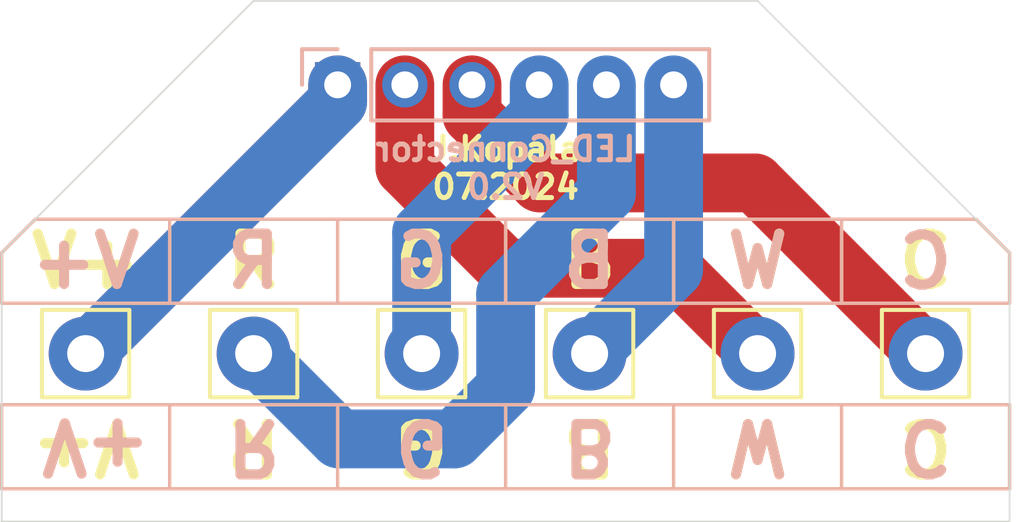
<source format=kicad_pcb>
(kicad_pcb (version 20240108) (generator "pcbnew") (generator_version "8.0")
  (layers (0 "F.Cu" signal) (31 "B.Cu" signal) (34 "B.Paste" user) (35 "F.Paste" user) (36 "B.SilkS" user "B.Silkscreen") (37 "F.SilkS" user "F.Silkscreen") (38 "B.Mask" user) (39 "F.Mask" user) (44 "Edge.Cuts" user))
  (net 0 "")
  (net 1 "Net-(J1-Pin_6)")
  (net 2 "Net-(J1-Pin_2)")
  (net 3 "Net-(J1-Pin_1)")
  (net 4 "Net-(J1-Pin_5)")
  (net 5 "Net-(J1-Pin_4)")
  (net 6 "Net-(J1-Pin_3)")
  (footprint "Connector_Pin:Pin_D1.1mm_L8.5mm_W2.5mm_FlatFork" (layer "F.Cu") (at 156 109 90)
    (property "Reference" "J3" (hide yes))
    (property "Value" "Conn_01x01_Pin" (hide yes))
    (fp_line (start 1.3 -1.3) (end 1.3 1.3) (stroke (width 0.12)) (layer "F.SilkS"))
    (fp_line (start -1.3 -1.3) (end 1.3 -1.3) (stroke (width 0.12)) (layer "F.SilkS"))
    (fp_line (start -1.3 1.3) (end -1.3 -1.3) (stroke (width 0.12)) (layer "F.SilkS"))
    (fp_line (start -1.3 1.3) (end 1.3 1.3) (stroke (width 0.12)) (layer "F.SilkS"))
    (pad "1" thru_hole circle (at 0 0 90) (size 2.2 2.2) (drill 1.1) (layers "*.Cu" "*.Mask") (net 2 "Net-(J1-Pin_2)"))
  )
  (footprint "Connector_Pin:Pin_D1.1mm_L8.5mm_W2.5mm_FlatFork" (layer "F.Cu") (at 136 109 90)
    (property "Reference" "J2" (hide yes))
    (property "Value" "Conn_01x01_Pin" (hide yes))
    (fp_line (start 1.3 -1.3) (end 1.3 1.3) (stroke (width 0.12)) (layer "F.SilkS"))
    (fp_line (start -1.3 -1.3) (end 1.3 -1.3) (stroke (width 0.12)) (layer "F.SilkS"))
    (fp_line (start -1.3 1.3) (end -1.3 -1.3) (stroke (width 0.12)) (layer "F.SilkS"))
    (fp_line (start -1.3 1.3) (end 1.3 1.3) (stroke (width 0.12)) (layer "F.SilkS"))
    (pad "1" thru_hole circle (at 0 0 90) (size 2.2 2.2) (drill 1.1) (layers "*.Cu" "*.Mask") (net 3 "Net-(J1-Pin_1)"))
  )
  (footprint "Connector_Pin:Pin_D1.1mm_L8.5mm_W2.5mm_FlatFork" (layer "F.Cu") (at 151 109 90)
    (property "Reference" "J7" (hide yes))
    (property "Value" "Conn_01x01_Pin" (hide yes))
    (fp_line (start 1.3 -1.3) (end 1.3 1.3) (stroke (width 0.12)) (layer "F.SilkS"))
    (fp_line (start -1.3 -1.3) (end 1.3 -1.3) (stroke (width 0.12)) (layer "F.SilkS"))
    (fp_line (start -1.3 1.3) (end -1.3 -1.3) (stroke (width 0.12)) (layer "F.SilkS"))
    (fp_line (start -1.3 1.3) (end 1.3 1.3) (stroke (width 0.12)) (layer "F.SilkS"))
    (pad "1" thru_hole circle (at 0 0 90) (size 2.2 2.2) (drill 1.1) (layers "*.Cu" "*.Mask") (net 1 "Net-(J1-Pin_6)"))
  )
  (footprint "Connector_Pin:Pin_D1.1mm_L8.5mm_W2.5mm_FlatFork" (layer "F.Cu") (at 146 109 90)
    (property "Reference" "J5" (hide yes))
    (property "Value" "Conn_01x01_Pin" (hide yes))
    (fp_line (start 1.3 -1.3) (end 1.3 1.3) (stroke (width 0.12)) (layer "F.SilkS"))
    (fp_line (start -1.3 -1.3) (end 1.3 -1.3) (stroke (width 0.12)) (layer "F.SilkS"))
    (fp_line (start -1.3 1.3) (end -1.3 -1.3) (stroke (width 0.12)) (layer "F.SilkS"))
    (fp_line (start -1.3 1.3) (end 1.3 1.3) (stroke (width 0.12)) (layer "F.SilkS"))
    (pad "1" thru_hole circle (at 0 0 90) (size 2.2 2.2) (drill 1.1) (layers "*.Cu" "*.Mask") (net 5 "Net-(J1-Pin_4)"))
  )
  (footprint "Connector_Pin:Pin_D1.1mm_L8.5mm_W2.5mm_FlatFork" (layer "F.Cu") (at 161 109 90)
    (property "Reference" "J4" (hide yes))
    (property "Value" "Conn_01x01_Pin" (hide yes))
    (fp_line (start 1.3 -1.3) (end 1.3 1.3) (stroke (width 0.12)) (layer "F.SilkS"))
    (fp_line (start -1.3 -1.3) (end 1.3 -1.3) (stroke (width 0.12)) (layer "F.SilkS"))
    (fp_line (start -1.3 1.3) (end -1.3 -1.3) (stroke (width 0.12)) (layer "F.SilkS"))
    (fp_line (start -1.3 1.3) (end 1.3 1.3) (stroke (width 0.12)) (layer "F.SilkS"))
    (pad "1" thru_hole circle (at 0 0 90) (size 2.2 2.2) (drill 1.1) (layers "*.Cu" "*.Mask") (net 6 "Net-(J1-Pin_3)"))
  )
  (footprint "Connector_Pin:Pin_D1.1mm_L8.5mm_W2.5mm_FlatFork" (layer "F.Cu") (at 141 109 90)
    (property "Reference" "J6" (hide yes))
    (property "Value" "Conn_01x01_Pin" (hide yes))
    (fp_line (start 1.3 -1.3) (end 1.3 1.3) (stroke (width 0.12)) (layer "F.SilkS"))
    (fp_line (start -1.3 -1.3) (end 1.3 -1.3) (stroke (width 0.12)) (layer "F.SilkS"))
    (fp_line (start -1.3 1.3) (end -1.3 -1.3) (stroke (width 0.12)) (layer "F.SilkS"))
    (fp_line (start -1.3 1.3) (end 1.3 1.3) (stroke (width 0.12)) (layer "F.SilkS"))
    (pad "1" thru_hole circle (at 0 0 90) (size 2.2 2.2) (drill 1.1) (layers "*.Cu" "*.Mask") (net 4 "Net-(J1-Pin_5)"))
  )
  (footprint "Connector_PinHeader_2.00mm:PinHeader_1x06_P2.00mm_Vertical" (layer "B.Cu") (at 143.5 101 -90)
    (property "Reference" "J1" (hide yes))
    (property "Value" "Conn_01x06_Pin" (hide yes))
    (fp_line (start -1.06 1.06) (end -1.06 0) (stroke (width 0.12)) (layer "B.SilkS"))
    (fp_line (start 0 1.06) (end -1.06 1.06) (stroke (width 0.12)) (layer "B.SilkS"))
    (fp_line (start 1.06 -1) (end -1.06 -1) (stroke (width 0.12)) (layer "B.SilkS"))
    (fp_line (start -1.06 -11.06) (end -1.06 -1) (stroke (width 0.12)) (layer "B.SilkS"))
    (fp_line (start 1.06 -11.06) (end 1.06 -1) (stroke (width 0.12)) (layer "B.SilkS"))
    (fp_line (start 1.06 -11.06) (end -1.06 -11.06) (stroke (width 0.12)) (layer "B.SilkS"))
    (pad "1" thru_hole rect (at 0 0 270) (size 1.35 1.35) (drill 0.8) (layers "*.Cu" "*.Mask") (net 3 "Net-(J1-Pin_1)"))
    (pad "2" thru_hole oval (at 0 -2 270) (size 1.35 1.35) (drill 0.8) (layers "*.Cu" "*.Mask") (net 2 "Net-(J1-Pin_2)"))
    (pad "3" thru_hole oval (at 0 -4 270) (size 1.35 1.35) (drill 0.8) (layers "*.Cu" "*.Mask") (net 6 "Net-(J1-Pin_3)"))
    (pad "4" thru_hole oval (at 0 -6 270) (size 1.35 1.35) (drill 0.8) (layers "*.Cu" "*.Mask") (net 5 "Net-(J1-Pin_4)"))
    (pad "5" thru_hole oval (at 0 -8 270) (size 1.35 1.35) (drill 0.8) (layers "*.Cu" "*.Mask") (net 4 "Net-(J1-Pin_5)"))
    (pad "6" thru_hole oval (at 0 -10 270) (size 1.35 1.35) (drill 0.8) (layers "*.Cu" "*.Mask") (net 1 "Net-(J1-Pin_6)"))
  )
  (gr_line (start 138.5 113.024) (end 138.5 110.524) (stroke (width 0.1)) (layer "B.SilkS"))
  (gr_line (start 134.5 105) (end 162.5 105) (stroke (width 0.1)) (layer "B.SilkS"))
  (gr_line (start 133.5 110.524) (end 133.5 113.024) (stroke (width 0.1)) (layer "B.SilkS"))
  (gr_line (start 148.5 105) (end 148.5 107.5) (stroke (width 0.1)) (layer "B.SilkS"))
  (gr_line (start 143.5 105) (end 143.5 107.5) (stroke (width 0.1)) (layer "B.SilkS"))
  (gr_line (start 143.5 113.024) (end 143.5 110.524) (stroke (width 0.1)) (layer "B.SilkS"))
  (gr_line (start 138.5 105) (end 138.5 107.5) (stroke (width 0.1)) (layer "B.SilkS"))
  (gr_line (start 163.5 107.5) (end 163.5 106) (stroke (width 0.1)) (layer "B.SilkS"))
  (gr_line (start 148.5 113.024) (end 148.5 110.524) (stroke (width 0.1)) (layer "B.SilkS"))
  (gr_line (start 163.5 113.024) (end 133.5 113.024) (stroke (width 0.1)) (layer "B.SilkS"))
  (gr_line (start 133.5 107.5) (end 133.5 106) (stroke (width 0.1)) (layer "B.SilkS"))
  (gr_line (start 133.5 106) (end 134.5 105) (stroke (width 0.1)) (layer "B.SilkS"))
  (gr_line (start 158.5 105) (end 158.5 107.5) (stroke (width 0.1)) (layer "B.SilkS"))
  (gr_line (start 153.5 105) (end 153.5 107.5) (stroke (width 0.1)) (layer "B.SilkS"))
  (gr_line (start 162.5 105) (end 163.5 106) (stroke (width 0.1)) (layer "B.SilkS"))
  (gr_line (start 133.5 107.5) (end 163.5 107.5) (stroke (width 0.1)) (layer "B.SilkS"))
  (gr_line (start 158.5 113.024) (end 158.5 110.524) (stroke (width 0.1)) (layer "B.SilkS"))
  (gr_line (start 153.5 113.024) (end 153.5 110.524) (stroke (width 0.1)) (layer "B.SilkS"))
  (gr_line (start 163.5 110.524) (end 133.5 110.524) (stroke (width 0.1)) (layer "B.SilkS"))
  (gr_line (start 163.5 110.524) (end 163.5 113.024) (stroke (width 0.1)) (layer "B.SilkS"))
  (gr_line (start 163.5 110.524) (end 133.5 110.524) (stroke (width 0.1)) (layer "F.SilkS"))
  (gr_line (start 133.5 107.5) (end 163.5 107.5) (stroke (width 0.1)) (layer "F.SilkS"))
  (gr_line (start 163.5 106.5) (end 163.5 106.5) (stroke (width 0.05)) (layer "F.SilkS"))
  (gr_line (start 138.5 113.024) (end 138.5 110.524) (stroke (width 0.1)) (layer "F.SilkS"))
  (gr_line (start 158.5 105) (end 158.5 107.5) (stroke (width 0.1)) (layer "F.SilkS"))
  (gr_line (start 133.5 111.524) (end 133.5 111.524) (stroke (width 0.05)) (layer "F.SilkS"))
  (gr_line (start 133.5 106) (end 134.5 105) (stroke (width 0.1)) (layer "F.SilkS"))
  (gr_line (start 148.5 105) (end 148.5 107.5) (stroke (width 0.1)) (layer "F.SilkS"))
  (gr_line (start 162.5 105) (end 163.5 106) (stroke (width 0.1)) (layer "F.SilkS"))
  (gr_line (start 143.5 105) (end 143.5 107.5) (stroke (width 0.1)) (layer "F.SilkS"))
  (gr_line (start 133.5 107.5) (end 133.5 106) (stroke (width 0.1)) (layer "F.SilkS"))
  (gr_line (start 138.5 105) (end 138.5 107.5) (stroke (width 0.1)) (layer "F.SilkS"))
  (gr_line (start 143.5 113.024) (end 143.5 110.524) (stroke (width 0.1)) (layer "F.SilkS"))
  (gr_line (start 158.5 113.024) (end 158.5 110.524) (stroke (width 0.1)) (layer "F.SilkS"))
  (gr_line (start 133.5 110.524) (end 133.5 113.024) (stroke (width 0.1)) (layer "F.SilkS"))
  (gr_line (start 148.5 113.024) (end 148.5 110.524) (stroke (width 0.1)) (layer "F.SilkS"))
  (gr_line (start 153.5 105) (end 153.5 107.5) (stroke (width 0.1)) (layer "F.SilkS"))
  (gr_line (start 163.5 110.524) (end 163.5 113.024) (stroke (width 0.1)) (layer "F.SilkS"))
  (gr_line (start 134.5 105) (end 162.5 105) (stroke (width 0.1)) (layer "F.SilkS"))
  (gr_line (start 153.5 113.024) (end 153.5 110.524) (stroke (width 0.1)) (layer "F.SilkS"))
  (gr_line (start 163.5 113.024) (end 133.5 113.024) (stroke (width 0.1)) (layer "F.SilkS"))
  (gr_line (start 163.5 107.5) (end 163.5 106) (stroke (width 0.1)) (layer "F.SilkS"))
  (gr_line (start 141 98.5) (end 133.5 106) (stroke (width 0.05)) (layer "Edge.Cuts"))
  (gr_line (start 133.5 114) (end 133.5 106) (stroke (width 0.05)) (layer "Edge.Cuts"))
  (gr_line (start 163.5 106) (end 156 98.5) (stroke (width 0.05)) (layer "Edge.Cuts"))
  (gr_line (start 141 98.5) (end 156 98.5) (stroke (width 0.05)) (layer "Edge.Cuts"))
  (gr_line (start 133.5 114) (end 163.5 114) (stroke (width 0.05)) (layer "Edge.Cuts"))
  (gr_line (start 163.5 114) (end 163.5 106) (stroke (width 0.05)) (layer "Edge.Cuts"))
  (gr_text "C" (at 161 106.27 0) (layer "B.SilkS") (effects (font (size 1.5 1.5) (thickness 0.3) (bold yes)) (justify mirror)))
  (gr_text "B" (at 151 111.774 180) (layer "B.SilkS") (effects (font (size 1.5 1.5) (thickness 0.3) (bold yes)) (justify mirror)))
  (gr_text "B" (at 151 106.25 0) (layer "B.SilkS") (effects (font (size 1.5 1.5) (thickness 0.3) (bold yes)) (justify mirror)))
  (gr_text "W" (at 156 111.774 180) (layer "B.SilkS") (effects (font (size 1.5 1.5) (thickness 0.3) (bold yes)) (justify mirror)))
  (gr_text "G" (at 146 106.25 0) (layer "B.SilkS") (effects (font (size 1.5 1.5) (thickness 0.3) (bold yes)) (justify mirror)))
  (gr_text "LED_Connector\nV2.0" (at 148.5 103.476 0) (layer "B.SilkS") (effects (font (size 0.7 0.7) (thickness 0.15) (bold yes)) (justify mirror)))
  (gr_text "G" (at 146 111.774 180) (layer "B.SilkS") (effects (font (size 1.5 1.5) (thickness 0.3) (bold yes)) (justify mirror)))
  (gr_text "V+" (at 136 106.25 0) (layer "B.SilkS") (effects (font (size 1.5 1.5) (thickness 0.3) (bold yes)) (justify mirror)))
  (gr_text "C" (at 161 111.774 180) (layer "B.SilkS") (effects (font (size 1.5 1.5) (thickness 0.3) (bold yes)) (justify mirror)))
  (gr_text "R" (at 141 106.25 0) (layer "B.SilkS") (effects (font (size 1.5 1.5) (thickness 0.3) (bold yes)) (justify mirror)))
  (gr_text "V+\n" (at 136.308 111.754 180) (layer "B.SilkS") (effects (font (size 1.5 1.5) (thickness 0.3) (bold yes)) (justify mirror)))
  (gr_text "R" (at 141 111.774 180) (layer "B.SilkS") (effects (font (size 1.5 1.5) (thickness 0.3) (bold yes)) (justify mirror)))
  (gr_text "W" (at 156 106.25 0) (layer "B.SilkS") (effects (font (size 1.5 1.5) (thickness 0.3) (bold yes)) (justify mirror)))
  (gr_text "R" (at 141 111.774 180) (layer "F.SilkS") (effects (font (size 1.5 1.5) (thickness 0.3) (bold yes))))
  (gr_text "V+" (at 136 106.25 0) (layer "F.SilkS") (effects (font (size 1.5 1.5) (thickness 0.3) (bold yes))))
  (gr_text "V+" (at 136 111.774 180) (layer "F.SilkS") (effects (font (size 1.5 1.5) (thickness 0.3) (bold yes))))
  (gr_text "R" (at 141 106.25 0) (layer "F.SilkS") (effects (font (size 1.5 1.5) (thickness 0.3) (bold yes))))
  (gr_text "B" (at 151 111.774 180) (layer "F.SilkS") (effects (font (size 1.5 1.5) (thickness 0.3) (bold yes))))
  (gr_text "W\n" (at 156 106.25 0) (layer "F.SilkS") (effects (font (size 1.5 1.5) (thickness 0.3) (bold yes))))
  (gr_text "G" (at 146 111.774 180) (layer "F.SilkS") (effects (font (size 1.5 1.5) (thickness 0.3) (bold yes))))
  (gr_text "B" (at 151 106.25 0) (layer "F.SilkS") (effects (font (size 1.5 1.5) (thickness 0.3) (bold yes))))
  (gr_text "G" (at 146 106.25 0) (layer "F.SilkS") (effects (font (size 1.5 1.5) (thickness 0.3) (bold yes))))
  (gr_text "C" (at 161 111.774 180) (layer "F.SilkS") (effects (font (size 1.5 1.5) (thickness 0.3) (bold yes))))
  (gr_text "C" (at 161 106.25 0) (layer "F.SilkS") (effects (font (size 1.5 1.5) (thickness 0.3) (bold yes))))
  (gr_text "W" (at 156 111.774 180) (layer "F.SilkS") (effects (font (size 1.5 1.5) (thickness 0.3) (bold yes))))
  (gr_text "J.Kopala\n07.2024" (at 148.5 103.476 0) (layer "F.SilkS") (effects (font (size 0.7 0.7) (thickness 0.15) (bold yes))))
  (segment (start 151 109) (end 153.5 106.5) (width 1.75) (layer "B.Cu") (net 1))
  (segment (start 153.5 106.5) (end 153.5 101) (width 1.75) (layer "B.Cu") (net 1))
  (segment (start 156 108.626) (end 156 109) (width 0.2) (layer "F.Cu") (net 2))
  (segment (start 156 109) (end 153.46 106.46) (width 1.75) (layer "F.Cu") (net 2))
  (segment (start 153.46 106.46) (end 148.5 106.46) (width 1.75) (layer "F.Cu") (net 2))
  (segment (start 145.5 103.46) (end 145.5 101) (width 1.75) (layer "F.Cu") (net 2))
  (segment (start 148.5 106.46) (end 145.5 103.46) (width 1.75) (layer "F.Cu") (net 2))
  (segment (start 143.5 101.5) (end 136 109) (width 1.75) (layer "F.Cu") (net 3))
  (segment (start 143.5 101) (end 143.5 101.5) (width 1.75) (layer "F.Cu") (net 3))
  (segment (start 143.5 101) (end 143.5 101.5) (width 1.75) (layer "B.Cu") (net 3))
  (segment (start 143.5 101.5) (end 136 109) (width 1.75) (layer "B.Cu") (net 3))
  (segment (start 148.5 110.016) (end 146.976 111.54) (width 1.75) (layer "B.Cu") (net 4))
  (segment (start 148.5 107.222) (end 148.5 110.016) (width 1.75) (layer "B.Cu") (net 4))
  (segment (start 146.976 111.54) (end 143.54 111.54) (width 1.75) (layer "B.Cu") (net 4))
  (segment (start 151.5 101) (end 151.5 104.222) (width 1.75) (layer "B.Cu") (net 4))
  (segment (start 143.54 111.54) (end 141 109) (width 1.75) (layer "B.Cu") (net 4))
  (segment (start 151.5 104.222) (end 148.5 107.222) (width 1.75) (layer "B.Cu") (net 4))
  (segment (start 149.5 101) (end 149.5 101.904) (width 1.75) (layer "B.Cu") (net 5))
  (segment (start 149.5 101.904) (end 146 105.404) (width 1.75) (layer "B.Cu") (net 5))
  (segment (start 146 105.404) (end 146 109) (width 1.75) (layer "B.Cu") (net 5))
  (segment (start 155.92 103.92) (end 161 109) (width 1.75) (layer "F.Cu") (net 6))
  (segment (start 149.516 103.92) (end 155.92 103.92) (width 1.75) (layer "F.Cu") (net 6))
  (segment (start 147.5 101.904) (end 149.516 103.92) (width 1.75) (layer "F.Cu") (net 6))
  (segment (start 147.5 101) (end 147.5 101.904) (width 1.75) (layer "F.Cu") (net 6))
)
</source>
